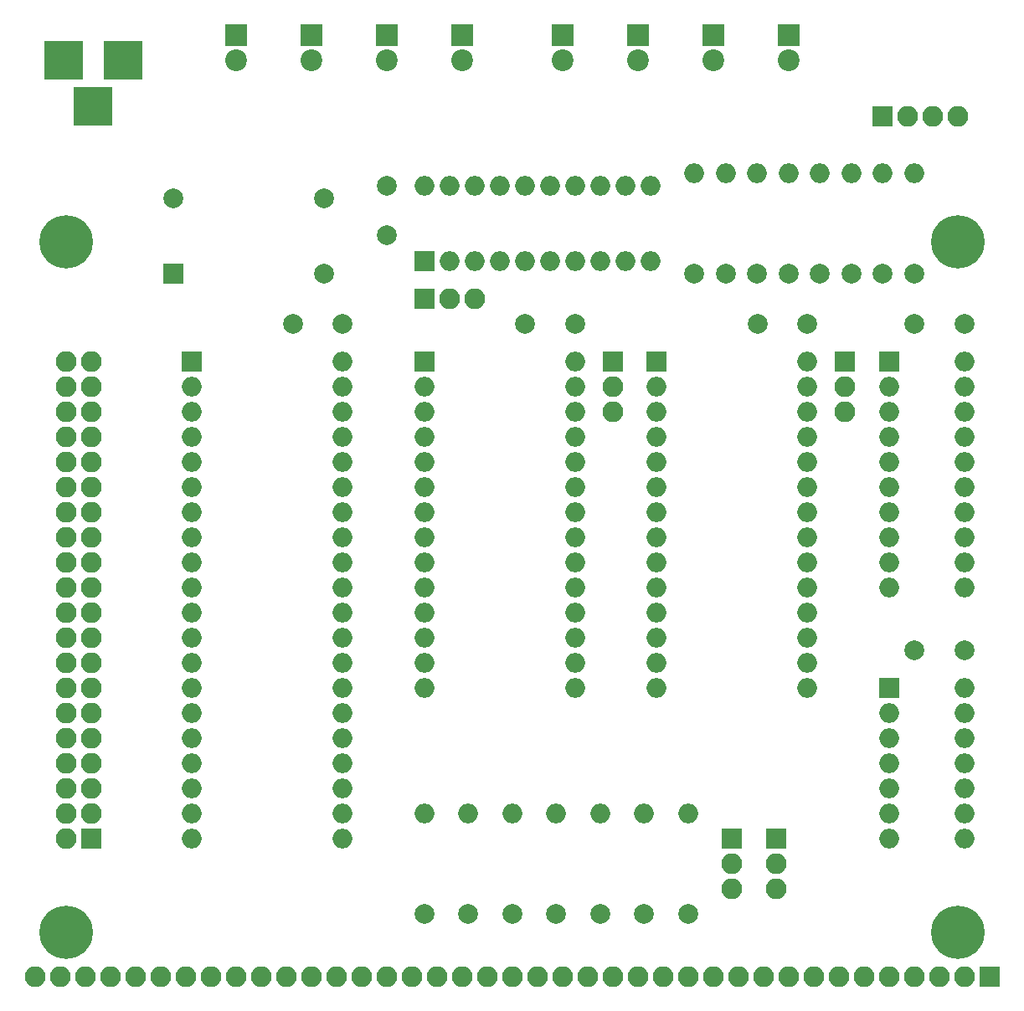
<source format=gts>
G04 #@! TF.FileFunction,Soldermask,Top*
%FSLAX46Y46*%
G04 Gerber Fmt 4.6, Leading zero omitted, Abs format (unit mm)*
G04 Created by KiCad (PCBNEW 4.0.7) date 09/23/18 19:03:30*
%MOMM*%
%LPD*%
G01*
G04 APERTURE LIST*
%ADD10C,0.100000*%
%ADD11R,2.000000X2.000000*%
%ADD12C,2.000000*%
%ADD13C,5.400000*%
%ADD14R,2.100000X2.100000*%
%ADD15O,2.100000X2.100000*%
%ADD16O,2.000000X2.000000*%
%ADD17R,3.900000X3.900000*%
%ADD18R,2.200000X2.200000*%
%ADD19C,2.200000*%
G04 APERTURE END LIST*
D10*
D11*
X115570000Y-74930000D03*
D12*
X115570000Y-67310000D03*
X130810000Y-67310000D03*
X130810000Y-74930000D03*
X195580000Y-113030000D03*
X190580000Y-113030000D03*
X132715000Y-80010000D03*
X127715000Y-80010000D03*
X137160000Y-66040000D03*
X137160000Y-71040000D03*
X195580000Y-80010000D03*
X190580000Y-80010000D03*
X156210000Y-80010000D03*
X151210000Y-80010000D03*
D13*
X104775000Y-141605000D03*
X104775000Y-71755000D03*
D14*
X172085000Y-132080000D03*
D15*
X172085000Y-134620000D03*
X172085000Y-137160000D03*
D14*
X183515000Y-83820000D03*
D15*
X183515000Y-86360000D03*
X183515000Y-88900000D03*
D12*
X140970000Y-139700000D03*
D16*
X140970000Y-129540000D03*
D12*
X145415000Y-139700000D03*
D16*
X145415000Y-129540000D03*
D12*
X149860000Y-139700000D03*
D16*
X149860000Y-129540000D03*
D12*
X154305000Y-139700000D03*
D16*
X154305000Y-129540000D03*
D12*
X158750000Y-139700000D03*
D16*
X158750000Y-129540000D03*
D12*
X163195000Y-139700000D03*
D16*
X163195000Y-129540000D03*
D12*
X167640000Y-139700000D03*
D16*
X167640000Y-129540000D03*
D13*
X194945000Y-141605000D03*
X194945000Y-71755000D03*
D14*
X198120000Y-146050000D03*
D15*
X195580000Y-146050000D03*
X193040000Y-146050000D03*
X190500000Y-146050000D03*
X187960000Y-146050000D03*
X185420000Y-146050000D03*
X182880000Y-146050000D03*
X180340000Y-146050000D03*
X177800000Y-146050000D03*
X175260000Y-146050000D03*
X172720000Y-146050000D03*
X170180000Y-146050000D03*
X167640000Y-146050000D03*
X165100000Y-146050000D03*
X162560000Y-146050000D03*
X160020000Y-146050000D03*
X157480000Y-146050000D03*
X154940000Y-146050000D03*
X152400000Y-146050000D03*
X149860000Y-146050000D03*
X147320000Y-146050000D03*
X144780000Y-146050000D03*
X142240000Y-146050000D03*
X139700000Y-146050000D03*
X137160000Y-146050000D03*
X134620000Y-146050000D03*
X132080000Y-146050000D03*
X129540000Y-146050000D03*
X127000000Y-146050000D03*
X124460000Y-146050000D03*
X121920000Y-146050000D03*
X119380000Y-146050000D03*
X116840000Y-146050000D03*
X114300000Y-146050000D03*
X111760000Y-146050000D03*
X109220000Y-146050000D03*
X106680000Y-146050000D03*
X104140000Y-146050000D03*
X101600000Y-146050000D03*
D17*
X110490000Y-53340000D03*
X104490000Y-53340000D03*
X107490000Y-58040000D03*
D14*
X176530000Y-132080000D03*
D15*
X176530000Y-134620000D03*
X176530000Y-137160000D03*
D11*
X187960000Y-116840000D03*
D16*
X195580000Y-132080000D03*
X187960000Y-119380000D03*
X195580000Y-129540000D03*
X187960000Y-121920000D03*
X195580000Y-127000000D03*
X187960000Y-124460000D03*
X195580000Y-124460000D03*
X187960000Y-127000000D03*
X195580000Y-121920000D03*
X187960000Y-129540000D03*
X195580000Y-119380000D03*
X187960000Y-132080000D03*
X195580000Y-116840000D03*
D11*
X117475000Y-83820000D03*
D16*
X132715000Y-132080000D03*
X117475000Y-86360000D03*
X132715000Y-129540000D03*
X117475000Y-88900000D03*
X132715000Y-127000000D03*
X117475000Y-91440000D03*
X132715000Y-124460000D03*
X117475000Y-93980000D03*
X132715000Y-121920000D03*
X117475000Y-96520000D03*
X132715000Y-119380000D03*
X117475000Y-99060000D03*
X132715000Y-116840000D03*
X117475000Y-101600000D03*
X132715000Y-114300000D03*
X117475000Y-104140000D03*
X132715000Y-111760000D03*
X117475000Y-106680000D03*
X132715000Y-109220000D03*
X117475000Y-109220000D03*
X132715000Y-106680000D03*
X117475000Y-111760000D03*
X132715000Y-104140000D03*
X117475000Y-114300000D03*
X132715000Y-101600000D03*
X117475000Y-116840000D03*
X132715000Y-99060000D03*
X117475000Y-119380000D03*
X132715000Y-96520000D03*
X117475000Y-121920000D03*
X132715000Y-93980000D03*
X117475000Y-124460000D03*
X132715000Y-91440000D03*
X117475000Y-127000000D03*
X132715000Y-88900000D03*
X117475000Y-129540000D03*
X132715000Y-86360000D03*
X117475000Y-132080000D03*
X132715000Y-83820000D03*
D11*
X187960000Y-83820000D03*
D16*
X195580000Y-106680000D03*
X187960000Y-86360000D03*
X195580000Y-104140000D03*
X187960000Y-88900000D03*
X195580000Y-101600000D03*
X187960000Y-91440000D03*
X195580000Y-99060000D03*
X187960000Y-93980000D03*
X195580000Y-96520000D03*
X187960000Y-96520000D03*
X195580000Y-93980000D03*
X187960000Y-99060000D03*
X195580000Y-91440000D03*
X187960000Y-101600000D03*
X195580000Y-88900000D03*
X187960000Y-104140000D03*
X195580000Y-86360000D03*
X187960000Y-106680000D03*
X195580000Y-83820000D03*
D14*
X107315000Y-132080000D03*
D15*
X104775000Y-132080000D03*
X107315000Y-129540000D03*
X104775000Y-129540000D03*
X107315000Y-127000000D03*
X104775000Y-127000000D03*
X107315000Y-124460000D03*
X104775000Y-124460000D03*
X107315000Y-121920000D03*
X104775000Y-121920000D03*
X107315000Y-119380000D03*
X104775000Y-119380000D03*
X107315000Y-116840000D03*
X104775000Y-116840000D03*
X107315000Y-114300000D03*
X104775000Y-114300000D03*
X107315000Y-111760000D03*
X104775000Y-111760000D03*
X107315000Y-109220000D03*
X104775000Y-109220000D03*
X107315000Y-106680000D03*
X104775000Y-106680000D03*
X107315000Y-104140000D03*
X104775000Y-104140000D03*
X107315000Y-101600000D03*
X104775000Y-101600000D03*
X107315000Y-99060000D03*
X104775000Y-99060000D03*
X107315000Y-96520000D03*
X104775000Y-96520000D03*
X107315000Y-93980000D03*
X104775000Y-93980000D03*
X107315000Y-91440000D03*
X104775000Y-91440000D03*
X107315000Y-88900000D03*
X104775000Y-88900000D03*
X107315000Y-86360000D03*
X104775000Y-86360000D03*
X107315000Y-83820000D03*
X104775000Y-83820000D03*
D14*
X160020000Y-83820000D03*
D15*
X160020000Y-86360000D03*
X160020000Y-88900000D03*
D18*
X121920000Y-50800000D03*
D19*
X121920000Y-53340000D03*
D18*
X129540000Y-50800000D03*
D19*
X129540000Y-53340000D03*
D18*
X137160000Y-50800000D03*
D19*
X137160000Y-53340000D03*
D18*
X144780000Y-50800000D03*
D19*
X144780000Y-53340000D03*
D18*
X154940000Y-50800000D03*
D19*
X154940000Y-53340000D03*
D18*
X162560000Y-50800000D03*
D19*
X162560000Y-53340000D03*
D18*
X170180000Y-50800000D03*
D19*
X170180000Y-53340000D03*
D18*
X177800000Y-50800000D03*
D19*
X177800000Y-53340000D03*
D14*
X140970000Y-77470000D03*
D15*
X143510000Y-77470000D03*
X146050000Y-77470000D03*
D12*
X168275000Y-74930000D03*
D16*
X168275000Y-64770000D03*
D12*
X171450000Y-74930000D03*
D16*
X171450000Y-64770000D03*
D12*
X174625000Y-74930000D03*
D16*
X174625000Y-64770000D03*
D12*
X177800000Y-74930000D03*
D16*
X177800000Y-64770000D03*
D12*
X180975000Y-74930000D03*
D16*
X180975000Y-64770000D03*
D12*
X184150000Y-74930000D03*
D16*
X184150000Y-64770000D03*
D12*
X187325000Y-74930000D03*
D16*
X187325000Y-64770000D03*
D12*
X190500000Y-74930000D03*
D16*
X190500000Y-64770000D03*
D11*
X140970000Y-73660000D03*
D16*
X163830000Y-66040000D03*
X143510000Y-73660000D03*
X161290000Y-66040000D03*
X146050000Y-73660000D03*
X158750000Y-66040000D03*
X148590000Y-73660000D03*
X156210000Y-66040000D03*
X151130000Y-73660000D03*
X153670000Y-66040000D03*
X153670000Y-73660000D03*
X151130000Y-66040000D03*
X156210000Y-73660000D03*
X148590000Y-66040000D03*
X158750000Y-73660000D03*
X146050000Y-66040000D03*
X161290000Y-73660000D03*
X143510000Y-66040000D03*
X163830000Y-73660000D03*
X140970000Y-66040000D03*
D12*
X179705000Y-80010000D03*
X174705000Y-80010000D03*
D11*
X140970000Y-83820000D03*
D16*
X156210000Y-116840000D03*
X140970000Y-86360000D03*
X156210000Y-114300000D03*
X140970000Y-88900000D03*
X156210000Y-111760000D03*
X140970000Y-91440000D03*
X156210000Y-109220000D03*
X140970000Y-93980000D03*
X156210000Y-106680000D03*
X140970000Y-96520000D03*
X156210000Y-104140000D03*
X140970000Y-99060000D03*
X156210000Y-101600000D03*
X140970000Y-101600000D03*
X156210000Y-99060000D03*
X140970000Y-104140000D03*
X156210000Y-96520000D03*
X140970000Y-106680000D03*
X156210000Y-93980000D03*
X140970000Y-109220000D03*
X156210000Y-91440000D03*
X140970000Y-111760000D03*
X156210000Y-88900000D03*
X140970000Y-114300000D03*
X156210000Y-86360000D03*
X140970000Y-116840000D03*
X156210000Y-83820000D03*
D11*
X164465000Y-83820000D03*
D16*
X179705000Y-116840000D03*
X164465000Y-86360000D03*
X179705000Y-114300000D03*
X164465000Y-88900000D03*
X179705000Y-111760000D03*
X164465000Y-91440000D03*
X179705000Y-109220000D03*
X164465000Y-93980000D03*
X179705000Y-106680000D03*
X164465000Y-96520000D03*
X179705000Y-104140000D03*
X164465000Y-99060000D03*
X179705000Y-101600000D03*
X164465000Y-101600000D03*
X179705000Y-99060000D03*
X164465000Y-104140000D03*
X179705000Y-96520000D03*
X164465000Y-106680000D03*
X179705000Y-93980000D03*
X164465000Y-109220000D03*
X179705000Y-91440000D03*
X164465000Y-111760000D03*
X179705000Y-88900000D03*
X164465000Y-114300000D03*
X179705000Y-86360000D03*
X164465000Y-116840000D03*
X179705000Y-83820000D03*
D14*
X187325000Y-59055000D03*
D15*
X189865000Y-59055000D03*
X192405000Y-59055000D03*
X194945000Y-59055000D03*
M02*

</source>
